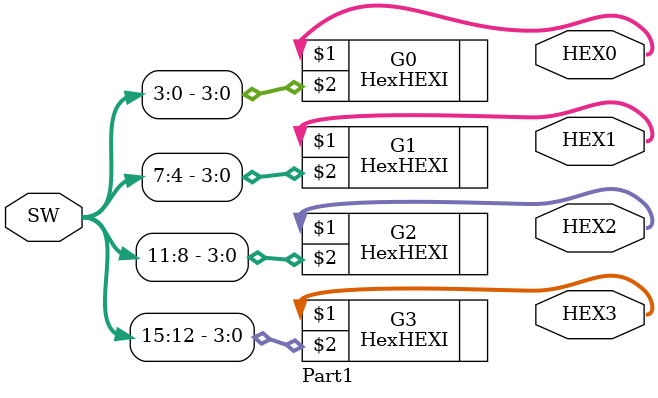
<source format=sv>
module Part1(SW, HEX0, HEX1, HEX2, HEX3);

	input [15:0] SW;
	output reg [0:6] HEX0, HEX1, HEX2, HEX3;

	HexHEXI G0(HEX0, SW[3:0]);
	HexHEXI G1(HEX1, SW[7:4]);
	HexHEXI G2(HEX2, SW[11:8]);
	HexHEXI G3(HEX3, SW[15:12]);
	
endmodule
</source>
